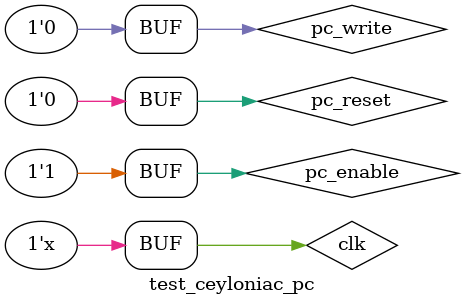
<source format=v>
`timescale 1ns / 1ps

module test_ceyloniac_pc;
	// Inputs
	reg pc_enable;
	reg pc_write;
	reg clk;
	reg pc_reset;
	//reg [31:0] pc_in;
   wire [31:0] pc_in;
	// Outputs
	wire [31:0] pc_out;
		// Instantiate the Unit Under Test (UUT)
	ceyloniac_pc uut (
		.pc_enable(pc_enable), 
		.pc_write(pc_write), 
		.clk(clk), 
		.pc_reset(pc_reset), 
		.pc_in(pc_in), 
		.pc_out(pc_out)
	);

  assign pc_in=pc_out+1;
	initial begin
		// Initialize Inputs
		pc_enable = 0;
		pc_write = 0;
		clk = 0;
		pc_reset = 0;
		//pc_in = 0;
		// Wait 100 ns for global reset to finish
		#100;
		pc_enable=1'b1;
		#100;
		pc_write=1'b1;
		#100;
		pc_write=1'b0;
		#100;
         
		// Add stimulus here

	end
	
	always begin
	#5 clk=~clk;
	end
      
endmodule


</source>
